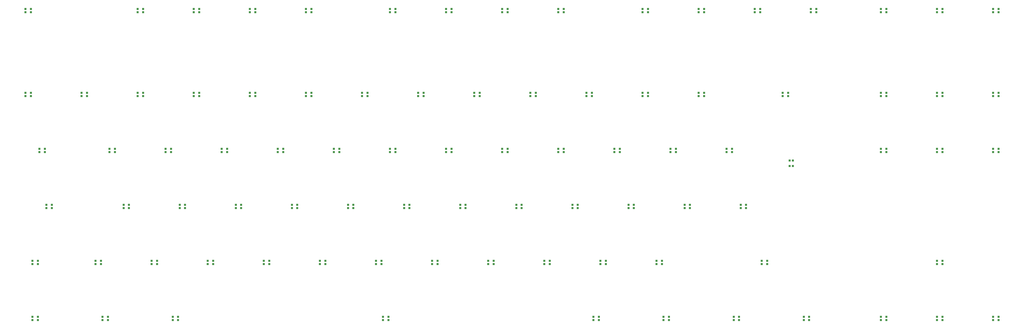
<source format=gtp>
G04 #@! TF.GenerationSoftware,KiCad,Pcbnew,(5.1.10)-1*
G04 #@! TF.CreationDate,2021-10-25T17:22:15+01:00*
G04 #@! TF.ProjectId,RGBSUB,52474253-5542-42e6-9b69-6361645f7063,Rev.1*
G04 #@! TF.SameCoordinates,Original*
G04 #@! TF.FileFunction,Paste,Top*
G04 #@! TF.FilePolarity,Positive*
%FSLAX46Y46*%
G04 Gerber Fmt 4.6, Leading zero omitted, Abs format (unit mm)*
G04 Created by KiCad (PCBNEW (5.1.10)-1) date 2021-10-25 17:22:15*
%MOMM*%
%LPD*%
G01*
G04 APERTURE LIST*
%ADD10R,0.700000X0.700000*%
G04 APERTURE END LIST*
D10*
X374447500Y-212090000D03*
X374447500Y-210990000D03*
X376277500Y-210990000D03*
X376277500Y-212090000D03*
X355397500Y-212090000D03*
X355397500Y-210990000D03*
X357227500Y-210990000D03*
X357227500Y-212090000D03*
X336347500Y-212090000D03*
X336347500Y-210990000D03*
X338177500Y-210990000D03*
X338177500Y-212090000D03*
X310153750Y-212090000D03*
X310153750Y-210990000D03*
X311983750Y-210990000D03*
X311983750Y-212090000D03*
X286341250Y-212090000D03*
X286341250Y-210990000D03*
X288171250Y-210990000D03*
X288171250Y-212090000D03*
X262528750Y-212090000D03*
X262528750Y-210990000D03*
X264358750Y-210990000D03*
X264358750Y-212090000D03*
X238716250Y-212090000D03*
X238716250Y-210990000D03*
X240546250Y-210990000D03*
X240546250Y-212090000D03*
X167278750Y-212090000D03*
X167278750Y-210990000D03*
X169108750Y-210990000D03*
X169108750Y-212090000D03*
X95841250Y-212090000D03*
X95841250Y-210990000D03*
X97671250Y-210990000D03*
X97671250Y-212090000D03*
X72028750Y-212090000D03*
X72028750Y-210990000D03*
X73858750Y-210990000D03*
X73858750Y-212090000D03*
X48216250Y-212090000D03*
X48216250Y-210990000D03*
X50046250Y-210990000D03*
X50046250Y-212090000D03*
X355397500Y-193040000D03*
X355397500Y-191940000D03*
X357227500Y-191940000D03*
X357227500Y-193040000D03*
X295866250Y-193040000D03*
X295866250Y-191940000D03*
X297696250Y-191940000D03*
X297696250Y-193040000D03*
X260147500Y-193040000D03*
X260147500Y-191940000D03*
X261977500Y-191940000D03*
X261977500Y-193040000D03*
X241097500Y-193040000D03*
X241097500Y-191940000D03*
X242927500Y-191940000D03*
X242927500Y-193040000D03*
X222047500Y-193040000D03*
X222047500Y-191940000D03*
X223877500Y-191940000D03*
X223877500Y-193040000D03*
X202997500Y-193040000D03*
X202997500Y-191940000D03*
X204827500Y-191940000D03*
X204827500Y-193040000D03*
X183947500Y-193040000D03*
X183947500Y-191940000D03*
X185777500Y-191940000D03*
X185777500Y-193040000D03*
X164897500Y-193040000D03*
X164897500Y-191940000D03*
X166727500Y-191940000D03*
X166727500Y-193040000D03*
X145847500Y-193040000D03*
X145847500Y-191940000D03*
X147677500Y-191940000D03*
X147677500Y-193040000D03*
X126797500Y-193040000D03*
X126797500Y-191940000D03*
X128627500Y-191940000D03*
X128627500Y-193040000D03*
X107747500Y-193040000D03*
X107747500Y-191940000D03*
X109577500Y-191940000D03*
X109577500Y-193040000D03*
X88697500Y-193040000D03*
X88697500Y-191940000D03*
X90527500Y-191940000D03*
X90527500Y-193040000D03*
X69647500Y-193040000D03*
X69647500Y-191940000D03*
X71477500Y-191940000D03*
X71477500Y-193040000D03*
X48216250Y-193040000D03*
X48216250Y-191940000D03*
X50046250Y-191940000D03*
X50046250Y-193040000D03*
X288722500Y-173990000D03*
X288722500Y-172890000D03*
X290552500Y-172890000D03*
X290552500Y-173990000D03*
X269672500Y-173990000D03*
X269672500Y-172890000D03*
X271502500Y-172890000D03*
X271502500Y-173990000D03*
X250622500Y-173990000D03*
X250622500Y-172890000D03*
X252452500Y-172890000D03*
X252452500Y-173990000D03*
X231572500Y-173990000D03*
X231572500Y-172890000D03*
X233402500Y-172890000D03*
X233402500Y-173990000D03*
X212522500Y-173990000D03*
X212522500Y-172890000D03*
X214352500Y-172890000D03*
X214352500Y-173990000D03*
X193472500Y-173990000D03*
X193472500Y-172890000D03*
X195302500Y-172890000D03*
X195302500Y-173990000D03*
X174422500Y-173990000D03*
X174422500Y-172890000D03*
X176252500Y-172890000D03*
X176252500Y-173990000D03*
X155372500Y-173990000D03*
X155372500Y-172890000D03*
X157202500Y-172890000D03*
X157202500Y-173990000D03*
X136322500Y-173990000D03*
X136322500Y-172890000D03*
X138152500Y-172890000D03*
X138152500Y-173990000D03*
X117272500Y-173990000D03*
X117272500Y-172890000D03*
X119102500Y-172890000D03*
X119102500Y-173990000D03*
X98222500Y-173990000D03*
X98222500Y-172890000D03*
X100052500Y-172890000D03*
X100052500Y-173990000D03*
X79172500Y-173990000D03*
X79172500Y-172890000D03*
X81002500Y-172890000D03*
X81002500Y-173990000D03*
X52978750Y-173990000D03*
X52978750Y-172890000D03*
X54808750Y-172890000D03*
X54808750Y-173990000D03*
X374447500Y-154940000D03*
X374447500Y-153840000D03*
X376277500Y-153840000D03*
X376277500Y-154940000D03*
X355397500Y-154940000D03*
X355397500Y-153840000D03*
X357227500Y-153840000D03*
X357227500Y-154940000D03*
X336347500Y-154940000D03*
X336347500Y-153840000D03*
X338177500Y-153840000D03*
X338177500Y-154940000D03*
X305375000Y-157815000D03*
X306475000Y-157815000D03*
X306475000Y-159645000D03*
X305375000Y-159645000D03*
X283960000Y-154940000D03*
X283960000Y-153840000D03*
X285790000Y-153840000D03*
X285790000Y-154940000D03*
X264910000Y-154940000D03*
X264910000Y-153840000D03*
X266740000Y-153840000D03*
X266740000Y-154940000D03*
X245860000Y-154940000D03*
X245860000Y-153840000D03*
X247690000Y-153840000D03*
X247690000Y-154940000D03*
X226810000Y-154940000D03*
X226810000Y-153840000D03*
X228640000Y-153840000D03*
X228640000Y-154940000D03*
X207760000Y-154940000D03*
X207760000Y-153840000D03*
X209590000Y-153840000D03*
X209590000Y-154940000D03*
X188710000Y-154940000D03*
X188710000Y-153840000D03*
X190540000Y-153840000D03*
X190540000Y-154940000D03*
X169660000Y-154940000D03*
X169660000Y-153840000D03*
X171490000Y-153840000D03*
X171490000Y-154940000D03*
X150610000Y-154940000D03*
X150610000Y-153840000D03*
X152440000Y-153840000D03*
X152440000Y-154940000D03*
X131560000Y-154940000D03*
X131560000Y-153840000D03*
X133390000Y-153840000D03*
X133390000Y-154940000D03*
X112510000Y-154940000D03*
X112510000Y-153840000D03*
X114340000Y-153840000D03*
X114340000Y-154940000D03*
X93460000Y-154940000D03*
X93460000Y-153840000D03*
X95290000Y-153840000D03*
X95290000Y-154940000D03*
X74410000Y-154940000D03*
X74410000Y-153840000D03*
X76240000Y-153840000D03*
X76240000Y-154940000D03*
X50597500Y-154940000D03*
X50597500Y-153840000D03*
X52427500Y-153840000D03*
X52427500Y-154940000D03*
X374447500Y-135890000D03*
X374447500Y-134790000D03*
X376277500Y-134790000D03*
X376277500Y-135890000D03*
X355397500Y-135890000D03*
X355397500Y-134790000D03*
X357227500Y-134790000D03*
X357227500Y-135890000D03*
X336347500Y-135890000D03*
X336347500Y-134790000D03*
X338177500Y-134790000D03*
X338177500Y-135890000D03*
X303010000Y-135890000D03*
X303010000Y-134790000D03*
X304840000Y-134790000D03*
X304840000Y-135890000D03*
X274435000Y-135890000D03*
X274435000Y-134790000D03*
X276265000Y-134790000D03*
X276265000Y-135890000D03*
X255385000Y-135890000D03*
X255385000Y-134790000D03*
X257215000Y-134790000D03*
X257215000Y-135890000D03*
X236335000Y-135890000D03*
X236335000Y-134790000D03*
X238165000Y-134790000D03*
X238165000Y-135890000D03*
X217285000Y-135890000D03*
X217285000Y-134790000D03*
X219115000Y-134790000D03*
X219115000Y-135890000D03*
X198235000Y-135890000D03*
X198235000Y-134790000D03*
X200065000Y-134790000D03*
X200065000Y-135890000D03*
X179185000Y-135890000D03*
X179185000Y-134790000D03*
X181015000Y-134790000D03*
X181015000Y-135890000D03*
X160135000Y-135890000D03*
X160135000Y-134790000D03*
X161965000Y-134790000D03*
X161965000Y-135890000D03*
X141085000Y-135890000D03*
X141085000Y-134790000D03*
X142915000Y-134790000D03*
X142915000Y-135890000D03*
X122035000Y-135890000D03*
X122035000Y-134790000D03*
X123865000Y-134790000D03*
X123865000Y-135890000D03*
X102985000Y-135890000D03*
X102985000Y-134790000D03*
X104815000Y-134790000D03*
X104815000Y-135890000D03*
X83935000Y-135890000D03*
X83935000Y-134790000D03*
X85765000Y-134790000D03*
X85765000Y-135890000D03*
X64885000Y-135890000D03*
X64885000Y-134790000D03*
X66715000Y-134790000D03*
X66715000Y-135890000D03*
X45835000Y-135890000D03*
X45835000Y-134790000D03*
X47665000Y-134790000D03*
X47665000Y-135890000D03*
X374447500Y-107315000D03*
X374447500Y-106215000D03*
X376277500Y-106215000D03*
X376277500Y-107315000D03*
X355397500Y-107315000D03*
X355397500Y-106215000D03*
X357227500Y-106215000D03*
X357227500Y-107315000D03*
X336347500Y-107315000D03*
X336347500Y-106215000D03*
X338177500Y-106215000D03*
X338177500Y-107315000D03*
X312535000Y-107315000D03*
X312535000Y-106215000D03*
X314365000Y-106215000D03*
X314365000Y-107315000D03*
X293485000Y-107315000D03*
X293485000Y-106215000D03*
X295315000Y-106215000D03*
X295315000Y-107315000D03*
X274435000Y-107315000D03*
X274435000Y-106215000D03*
X276265000Y-106215000D03*
X276265000Y-107315000D03*
X255385000Y-107315000D03*
X255385000Y-106215000D03*
X257215000Y-106215000D03*
X257215000Y-107315000D03*
X226810000Y-107315000D03*
X226810000Y-106215000D03*
X228640000Y-106215000D03*
X228640000Y-107315000D03*
X207760000Y-107315000D03*
X207760000Y-106215000D03*
X209590000Y-106215000D03*
X209590000Y-107315000D03*
X188710000Y-107315000D03*
X188710000Y-106215000D03*
X190540000Y-106215000D03*
X190540000Y-107315000D03*
X169660000Y-107315000D03*
X169660000Y-106215000D03*
X171490000Y-106215000D03*
X171490000Y-107315000D03*
X141085000Y-107315000D03*
X141085000Y-106215000D03*
X142915000Y-106215000D03*
X142915000Y-107315000D03*
X122035000Y-107315000D03*
X122035000Y-106215000D03*
X123865000Y-106215000D03*
X123865000Y-107315000D03*
X102985000Y-107315000D03*
X102985000Y-106215000D03*
X104815000Y-106215000D03*
X104815000Y-107315000D03*
X83935000Y-107315000D03*
X83935000Y-106215000D03*
X85765000Y-106215000D03*
X85765000Y-107315000D03*
X45835000Y-107315000D03*
X45835000Y-106215000D03*
X47665000Y-106215000D03*
X47665000Y-107315000D03*
M02*

</source>
